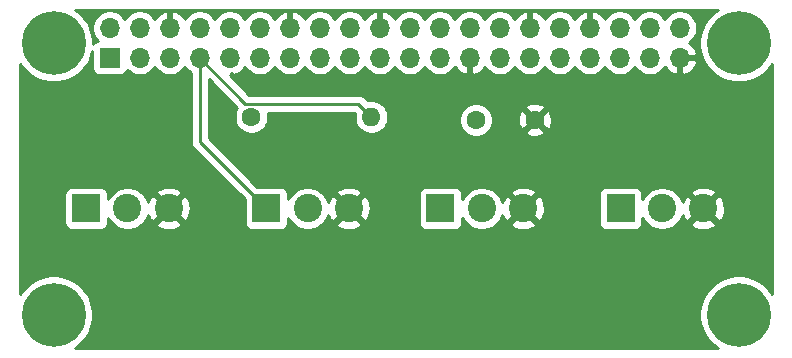
<source format=gbr>
%TF.GenerationSoftware,KiCad,Pcbnew,(5.1.8)-1*%
%TF.CreationDate,2022-03-17T13:58:37+00:00*%
%TF.ProjectId,wire_pi_hat,77697265-5f70-4695-9f68-61742e6b6963,rev?*%
%TF.SameCoordinates,Original*%
%TF.FileFunction,Copper,L2,Bot*%
%TF.FilePolarity,Positive*%
%FSLAX46Y46*%
G04 Gerber Fmt 4.6, Leading zero omitted, Abs format (unit mm)*
G04 Created by KiCad (PCBNEW (5.1.8)-1) date 2022-03-17 13:58:37*
%MOMM*%
%LPD*%
G01*
G04 APERTURE LIST*
%TA.AperFunction,ComponentPad*%
%ADD10O,1.600000X1.600000*%
%TD*%
%TA.AperFunction,ComponentPad*%
%ADD11C,1.600000*%
%TD*%
%TA.AperFunction,ComponentPad*%
%ADD12C,2.400000*%
%TD*%
%TA.AperFunction,ComponentPad*%
%ADD13R,2.400000X2.400000*%
%TD*%
%TA.AperFunction,ComponentPad*%
%ADD14C,5.400000*%
%TD*%
%TA.AperFunction,ComponentPad*%
%ADD15O,1.700000X1.700000*%
%TD*%
%TA.AperFunction,ComponentPad*%
%ADD16R,1.700000X1.700000*%
%TD*%
%TA.AperFunction,Conductor*%
%ADD17C,0.250000*%
%TD*%
%TA.AperFunction,Conductor*%
%ADD18C,0.254000*%
%TD*%
%TA.AperFunction,Conductor*%
%ADD19C,0.100000*%
%TD*%
G04 APERTURE END LIST*
D10*
%TO.P,R1,2*%
%TO.N,Net-(J1-Pad1)*%
X80410000Y-45250000D03*
D11*
%TO.P,R1,1*%
%TO.N,+3V3*%
X70250000Y-45250000D03*
%TD*%
D12*
%TO.P,J5,3*%
%TO.N,GND*%
X108500000Y-53000000D03*
%TO.P,J5,2*%
%TO.N,+3V3*%
X105000000Y-53000000D03*
D13*
%TO.P,J5,1*%
%TO.N,Net-(J1-Pad1)*%
X101500000Y-53000000D03*
%TD*%
D12*
%TO.P,J4,3*%
%TO.N,GND*%
X93250000Y-53000000D03*
%TO.P,J4,2*%
%TO.N,+3V3*%
X89750000Y-53000000D03*
D13*
%TO.P,J4,1*%
%TO.N,Net-(J1-Pad1)*%
X86250000Y-53000000D03*
%TD*%
D12*
%TO.P,J2,3*%
%TO.N,GND*%
X78500000Y-53000000D03*
%TO.P,J2,2*%
%TO.N,+3V3*%
X75000000Y-53000000D03*
D13*
%TO.P,J2,1*%
%TO.N,Net-(J1-Pad1)*%
X71500000Y-53000000D03*
%TD*%
D12*
%TO.P,J1,3*%
%TO.N,GND*%
X63250000Y-53000000D03*
%TO.P,J1,2*%
%TO.N,+3V3*%
X59750000Y-53000000D03*
D13*
%TO.P,J1,1*%
%TO.N,Net-(J1-Pad1)*%
X56250000Y-53000000D03*
%TD*%
D11*
%TO.P,C1,2*%
%TO.N,GND*%
X94250000Y-45500000D03*
%TO.P,C1,1*%
%TO.N,+3V3*%
X89250000Y-45500000D03*
%TD*%
D14*
%TO.P,H4,1*%
%TO.N,N/C*%
X111500000Y-62000000D03*
%TD*%
%TO.P,H3,1*%
%TO.N,N/C*%
X53500000Y-62000000D03*
%TD*%
%TO.P,H2,1*%
%TO.N,N/C*%
X111500000Y-39000000D03*
%TD*%
%TO.P,H1,1*%
%TO.N,N/C*%
X53500000Y-39000000D03*
%TD*%
D15*
%TO.P,J3,40*%
%TO.N,Net-(J3-Pad40)*%
X106510000Y-37710000D03*
%TO.P,J3,39*%
%TO.N,GND*%
X106510000Y-40250000D03*
%TO.P,J3,38*%
%TO.N,Net-(J3-Pad38)*%
X103970000Y-37710000D03*
%TO.P,J3,37*%
%TO.N,Net-(J3-Pad37)*%
X103970000Y-40250000D03*
%TO.P,J3,36*%
%TO.N,Net-(J3-Pad36)*%
X101430000Y-37710000D03*
%TO.P,J3,35*%
%TO.N,Net-(J3-Pad35)*%
X101430000Y-40250000D03*
%TO.P,J3,34*%
%TO.N,GND*%
X98890000Y-37710000D03*
%TO.P,J3,33*%
%TO.N,Net-(J3-Pad33)*%
X98890000Y-40250000D03*
%TO.P,J3,32*%
%TO.N,Net-(J3-Pad32)*%
X96350000Y-37710000D03*
%TO.P,J3,31*%
%TO.N,Net-(J3-Pad31)*%
X96350000Y-40250000D03*
%TO.P,J3,30*%
%TO.N,GND*%
X93810000Y-37710000D03*
%TO.P,J3,29*%
%TO.N,Net-(J3-Pad29)*%
X93810000Y-40250000D03*
%TO.P,J3,28*%
%TO.N,Net-(J3-Pad28)*%
X91270000Y-37710000D03*
%TO.P,J3,27*%
%TO.N,Net-(J3-Pad27)*%
X91270000Y-40250000D03*
%TO.P,J3,26*%
%TO.N,Net-(J3-Pad26)*%
X88730000Y-37710000D03*
%TO.P,J3,25*%
%TO.N,GND*%
X88730000Y-40250000D03*
%TO.P,J3,24*%
%TO.N,Net-(J3-Pad24)*%
X86190000Y-37710000D03*
%TO.P,J3,23*%
%TO.N,Net-(J3-Pad23)*%
X86190000Y-40250000D03*
%TO.P,J3,22*%
%TO.N,Net-(J3-Pad22)*%
X83650000Y-37710000D03*
%TO.P,J3,21*%
%TO.N,Net-(J3-Pad21)*%
X83650000Y-40250000D03*
%TO.P,J3,20*%
%TO.N,GND*%
X81110000Y-37710000D03*
%TO.P,J3,19*%
%TO.N,Net-(J3-Pad19)*%
X81110000Y-40250000D03*
%TO.P,J3,18*%
%TO.N,Net-(J3-Pad18)*%
X78570000Y-37710000D03*
%TO.P,J3,17*%
%TO.N,Net-(J3-Pad17)*%
X78570000Y-40250000D03*
%TO.P,J3,16*%
%TO.N,Net-(J3-Pad16)*%
X76030000Y-37710000D03*
%TO.P,J3,15*%
%TO.N,Net-(J3-Pad15)*%
X76030000Y-40250000D03*
%TO.P,J3,14*%
%TO.N,GND*%
X73490000Y-37710000D03*
%TO.P,J3,13*%
%TO.N,Net-(J3-Pad13)*%
X73490000Y-40250000D03*
%TO.P,J3,12*%
%TO.N,Net-(J3-Pad12)*%
X70950000Y-37710000D03*
%TO.P,J3,11*%
%TO.N,Net-(J3-Pad11)*%
X70950000Y-40250000D03*
%TO.P,J3,10*%
%TO.N,Net-(J3-Pad10)*%
X68410000Y-37710000D03*
%TO.P,J3,9*%
%TO.N,GND*%
X68410000Y-40250000D03*
%TO.P,J3,8*%
%TO.N,Net-(J3-Pad8)*%
X65870000Y-37710000D03*
%TO.P,J3,7*%
%TO.N,Net-(J1-Pad1)*%
X65870000Y-40250000D03*
%TO.P,J3,6*%
%TO.N,GND*%
X63330000Y-37710000D03*
%TO.P,J3,5*%
%TO.N,Net-(J3-Pad5)*%
X63330000Y-40250000D03*
%TO.P,J3,4*%
%TO.N,+5V*%
X60790000Y-37710000D03*
%TO.P,J3,3*%
%TO.N,Net-(J3-Pad3)*%
X60790000Y-40250000D03*
%TO.P,J3,2*%
%TO.N,+5V*%
X58250000Y-37710000D03*
D16*
%TO.P,J3,1*%
%TO.N,+3V3*%
X58250000Y-40250000D03*
%TD*%
D17*
%TO.N,Net-(J1-Pad1)*%
X65870000Y-47370000D02*
X71500000Y-53000000D01*
X65870000Y-40250000D02*
X65870000Y-47370000D01*
X69744999Y-44124999D02*
X65870000Y-40250000D01*
X79284999Y-44124999D02*
X69744999Y-44124999D01*
X80410000Y-45250000D02*
X79284999Y-44124999D01*
%TD*%
D18*
%TO.N,GND*%
X109374061Y-36409536D02*
X108909536Y-36874061D01*
X108544561Y-37420285D01*
X108293162Y-38027216D01*
X108165000Y-38671531D01*
X108165000Y-39328469D01*
X108293162Y-39972784D01*
X108544561Y-40579715D01*
X108909536Y-41125939D01*
X109374061Y-41590464D01*
X109920285Y-41955439D01*
X110527216Y-42206838D01*
X111171531Y-42335000D01*
X111828469Y-42335000D01*
X112472784Y-42206838D01*
X113079715Y-41955439D01*
X113625939Y-41590464D01*
X114090464Y-41125939D01*
X114315000Y-40789897D01*
X114315001Y-60210104D01*
X114090464Y-59874061D01*
X113625939Y-59409536D01*
X113079715Y-59044561D01*
X112472784Y-58793162D01*
X111828469Y-58665000D01*
X111171531Y-58665000D01*
X110527216Y-58793162D01*
X109920285Y-59044561D01*
X109374061Y-59409536D01*
X108909536Y-59874061D01*
X108544561Y-60420285D01*
X108293162Y-61027216D01*
X108165000Y-61671531D01*
X108165000Y-62328469D01*
X108293162Y-62972784D01*
X108544561Y-63579715D01*
X108909536Y-64125939D01*
X109374061Y-64590464D01*
X109710103Y-64815000D01*
X55289897Y-64815000D01*
X55625939Y-64590464D01*
X56090464Y-64125939D01*
X56455439Y-63579715D01*
X56706838Y-62972784D01*
X56835000Y-62328469D01*
X56835000Y-61671531D01*
X56706838Y-61027216D01*
X56455439Y-60420285D01*
X56090464Y-59874061D01*
X55625939Y-59409536D01*
X55079715Y-59044561D01*
X54472784Y-58793162D01*
X53828469Y-58665000D01*
X53171531Y-58665000D01*
X52527216Y-58793162D01*
X51920285Y-59044561D01*
X51374061Y-59409536D01*
X50909536Y-59874061D01*
X50685000Y-60210103D01*
X50685000Y-51800000D01*
X54411928Y-51800000D01*
X54411928Y-54200000D01*
X54424188Y-54324482D01*
X54460498Y-54444180D01*
X54519463Y-54554494D01*
X54598815Y-54651185D01*
X54695506Y-54730537D01*
X54805820Y-54789502D01*
X54925518Y-54825812D01*
X55050000Y-54838072D01*
X57450000Y-54838072D01*
X57574482Y-54825812D01*
X57694180Y-54789502D01*
X57804494Y-54730537D01*
X57901185Y-54651185D01*
X57980537Y-54554494D01*
X58039502Y-54444180D01*
X58075812Y-54324482D01*
X58088072Y-54200000D01*
X58088072Y-53782838D01*
X58123844Y-53869199D01*
X58324662Y-54169744D01*
X58580256Y-54425338D01*
X58880801Y-54626156D01*
X59214750Y-54764482D01*
X59569268Y-54835000D01*
X59930732Y-54835000D01*
X60285250Y-54764482D01*
X60619199Y-54626156D01*
X60919744Y-54425338D01*
X61067102Y-54277980D01*
X62151626Y-54277980D01*
X62271514Y-54562836D01*
X62595210Y-54723699D01*
X62944069Y-54818322D01*
X63304684Y-54843067D01*
X63663198Y-54796985D01*
X64005833Y-54681846D01*
X64228486Y-54562836D01*
X64348374Y-54277980D01*
X63250000Y-53179605D01*
X62151626Y-54277980D01*
X61067102Y-54277980D01*
X61175338Y-54169744D01*
X61376156Y-53869199D01*
X61503190Y-53562511D01*
X61568154Y-53755833D01*
X61687164Y-53978486D01*
X61972020Y-54098374D01*
X63070395Y-53000000D01*
X63429605Y-53000000D01*
X64527980Y-54098374D01*
X64812836Y-53978486D01*
X64973699Y-53654790D01*
X65068322Y-53305931D01*
X65093067Y-52945316D01*
X65046985Y-52586802D01*
X64931846Y-52244167D01*
X64812836Y-52021514D01*
X64527980Y-51901626D01*
X63429605Y-53000000D01*
X63070395Y-53000000D01*
X61972020Y-51901626D01*
X61687164Y-52021514D01*
X61526301Y-52345210D01*
X61502031Y-52434690D01*
X61376156Y-52130801D01*
X61175338Y-51830256D01*
X61067102Y-51722020D01*
X62151626Y-51722020D01*
X63250000Y-52820395D01*
X64348374Y-51722020D01*
X64228486Y-51437164D01*
X63904790Y-51276301D01*
X63555931Y-51181678D01*
X63195316Y-51156933D01*
X62836802Y-51203015D01*
X62494167Y-51318154D01*
X62271514Y-51437164D01*
X62151626Y-51722020D01*
X61067102Y-51722020D01*
X60919744Y-51574662D01*
X60619199Y-51373844D01*
X60285250Y-51235518D01*
X59930732Y-51165000D01*
X59569268Y-51165000D01*
X59214750Y-51235518D01*
X58880801Y-51373844D01*
X58580256Y-51574662D01*
X58324662Y-51830256D01*
X58123844Y-52130801D01*
X58088072Y-52217162D01*
X58088072Y-51800000D01*
X58075812Y-51675518D01*
X58039502Y-51555820D01*
X57980537Y-51445506D01*
X57901185Y-51348815D01*
X57804494Y-51269463D01*
X57694180Y-51210498D01*
X57574482Y-51174188D01*
X57450000Y-51161928D01*
X55050000Y-51161928D01*
X54925518Y-51174188D01*
X54805820Y-51210498D01*
X54695506Y-51269463D01*
X54598815Y-51348815D01*
X54519463Y-51445506D01*
X54460498Y-51555820D01*
X54424188Y-51675518D01*
X54411928Y-51800000D01*
X50685000Y-51800000D01*
X50685000Y-40789897D01*
X50909536Y-41125939D01*
X51374061Y-41590464D01*
X51920285Y-41955439D01*
X52527216Y-42206838D01*
X53171531Y-42335000D01*
X53828469Y-42335000D01*
X54472784Y-42206838D01*
X55079715Y-41955439D01*
X55625939Y-41590464D01*
X56090464Y-41125939D01*
X56455439Y-40579715D01*
X56706838Y-39972784D01*
X56761928Y-39695827D01*
X56761928Y-41100000D01*
X56774188Y-41224482D01*
X56810498Y-41344180D01*
X56869463Y-41454494D01*
X56948815Y-41551185D01*
X57045506Y-41630537D01*
X57155820Y-41689502D01*
X57275518Y-41725812D01*
X57400000Y-41738072D01*
X59100000Y-41738072D01*
X59224482Y-41725812D01*
X59344180Y-41689502D01*
X59454494Y-41630537D01*
X59551185Y-41551185D01*
X59630537Y-41454494D01*
X59689502Y-41344180D01*
X59711513Y-41271620D01*
X59843368Y-41403475D01*
X60086589Y-41565990D01*
X60356842Y-41677932D01*
X60643740Y-41735000D01*
X60936260Y-41735000D01*
X61223158Y-41677932D01*
X61493411Y-41565990D01*
X61736632Y-41403475D01*
X61943475Y-41196632D01*
X62060000Y-41022240D01*
X62176525Y-41196632D01*
X62383368Y-41403475D01*
X62626589Y-41565990D01*
X62896842Y-41677932D01*
X63183740Y-41735000D01*
X63476260Y-41735000D01*
X63763158Y-41677932D01*
X64033411Y-41565990D01*
X64276632Y-41403475D01*
X64483475Y-41196632D01*
X64600000Y-41022240D01*
X64716525Y-41196632D01*
X64923368Y-41403475D01*
X65110000Y-41528179D01*
X65110001Y-47332668D01*
X65106324Y-47370000D01*
X65120998Y-47518985D01*
X65164454Y-47662246D01*
X65235026Y-47794276D01*
X65306201Y-47881002D01*
X65330000Y-47910001D01*
X65358998Y-47933799D01*
X69661928Y-52236730D01*
X69661928Y-54200000D01*
X69674188Y-54324482D01*
X69710498Y-54444180D01*
X69769463Y-54554494D01*
X69848815Y-54651185D01*
X69945506Y-54730537D01*
X70055820Y-54789502D01*
X70175518Y-54825812D01*
X70300000Y-54838072D01*
X72700000Y-54838072D01*
X72824482Y-54825812D01*
X72944180Y-54789502D01*
X73054494Y-54730537D01*
X73151185Y-54651185D01*
X73230537Y-54554494D01*
X73289502Y-54444180D01*
X73325812Y-54324482D01*
X73338072Y-54200000D01*
X73338072Y-53782838D01*
X73373844Y-53869199D01*
X73574662Y-54169744D01*
X73830256Y-54425338D01*
X74130801Y-54626156D01*
X74464750Y-54764482D01*
X74819268Y-54835000D01*
X75180732Y-54835000D01*
X75535250Y-54764482D01*
X75869199Y-54626156D01*
X76169744Y-54425338D01*
X76317102Y-54277980D01*
X77401626Y-54277980D01*
X77521514Y-54562836D01*
X77845210Y-54723699D01*
X78194069Y-54818322D01*
X78554684Y-54843067D01*
X78913198Y-54796985D01*
X79255833Y-54681846D01*
X79478486Y-54562836D01*
X79598374Y-54277980D01*
X78500000Y-53179605D01*
X77401626Y-54277980D01*
X76317102Y-54277980D01*
X76425338Y-54169744D01*
X76626156Y-53869199D01*
X76753190Y-53562511D01*
X76818154Y-53755833D01*
X76937164Y-53978486D01*
X77222020Y-54098374D01*
X78320395Y-53000000D01*
X78679605Y-53000000D01*
X79777980Y-54098374D01*
X80062836Y-53978486D01*
X80223699Y-53654790D01*
X80318322Y-53305931D01*
X80343067Y-52945316D01*
X80296985Y-52586802D01*
X80181846Y-52244167D01*
X80062836Y-52021514D01*
X79777980Y-51901626D01*
X78679605Y-53000000D01*
X78320395Y-53000000D01*
X77222020Y-51901626D01*
X76937164Y-52021514D01*
X76776301Y-52345210D01*
X76752031Y-52434690D01*
X76626156Y-52130801D01*
X76425338Y-51830256D01*
X76317102Y-51722020D01*
X77401626Y-51722020D01*
X78500000Y-52820395D01*
X79520394Y-51800000D01*
X84411928Y-51800000D01*
X84411928Y-54200000D01*
X84424188Y-54324482D01*
X84460498Y-54444180D01*
X84519463Y-54554494D01*
X84598815Y-54651185D01*
X84695506Y-54730537D01*
X84805820Y-54789502D01*
X84925518Y-54825812D01*
X85050000Y-54838072D01*
X87450000Y-54838072D01*
X87574482Y-54825812D01*
X87694180Y-54789502D01*
X87804494Y-54730537D01*
X87901185Y-54651185D01*
X87980537Y-54554494D01*
X88039502Y-54444180D01*
X88075812Y-54324482D01*
X88088072Y-54200000D01*
X88088072Y-53782838D01*
X88123844Y-53869199D01*
X88324662Y-54169744D01*
X88580256Y-54425338D01*
X88880801Y-54626156D01*
X89214750Y-54764482D01*
X89569268Y-54835000D01*
X89930732Y-54835000D01*
X90285250Y-54764482D01*
X90619199Y-54626156D01*
X90919744Y-54425338D01*
X91067102Y-54277980D01*
X92151626Y-54277980D01*
X92271514Y-54562836D01*
X92595210Y-54723699D01*
X92944069Y-54818322D01*
X93304684Y-54843067D01*
X93663198Y-54796985D01*
X94005833Y-54681846D01*
X94228486Y-54562836D01*
X94348374Y-54277980D01*
X93250000Y-53179605D01*
X92151626Y-54277980D01*
X91067102Y-54277980D01*
X91175338Y-54169744D01*
X91376156Y-53869199D01*
X91503190Y-53562511D01*
X91568154Y-53755833D01*
X91687164Y-53978486D01*
X91972020Y-54098374D01*
X93070395Y-53000000D01*
X93429605Y-53000000D01*
X94527980Y-54098374D01*
X94812836Y-53978486D01*
X94973699Y-53654790D01*
X95068322Y-53305931D01*
X95093067Y-52945316D01*
X95046985Y-52586802D01*
X94931846Y-52244167D01*
X94812836Y-52021514D01*
X94527980Y-51901626D01*
X93429605Y-53000000D01*
X93070395Y-53000000D01*
X91972020Y-51901626D01*
X91687164Y-52021514D01*
X91526301Y-52345210D01*
X91502031Y-52434690D01*
X91376156Y-52130801D01*
X91175338Y-51830256D01*
X91067102Y-51722020D01*
X92151626Y-51722020D01*
X93250000Y-52820395D01*
X94270394Y-51800000D01*
X99661928Y-51800000D01*
X99661928Y-54200000D01*
X99674188Y-54324482D01*
X99710498Y-54444180D01*
X99769463Y-54554494D01*
X99848815Y-54651185D01*
X99945506Y-54730537D01*
X100055820Y-54789502D01*
X100175518Y-54825812D01*
X100300000Y-54838072D01*
X102700000Y-54838072D01*
X102824482Y-54825812D01*
X102944180Y-54789502D01*
X103054494Y-54730537D01*
X103151185Y-54651185D01*
X103230537Y-54554494D01*
X103289502Y-54444180D01*
X103325812Y-54324482D01*
X103338072Y-54200000D01*
X103338072Y-53782838D01*
X103373844Y-53869199D01*
X103574662Y-54169744D01*
X103830256Y-54425338D01*
X104130801Y-54626156D01*
X104464750Y-54764482D01*
X104819268Y-54835000D01*
X105180732Y-54835000D01*
X105535250Y-54764482D01*
X105869199Y-54626156D01*
X106169744Y-54425338D01*
X106317102Y-54277980D01*
X107401626Y-54277980D01*
X107521514Y-54562836D01*
X107845210Y-54723699D01*
X108194069Y-54818322D01*
X108554684Y-54843067D01*
X108913198Y-54796985D01*
X109255833Y-54681846D01*
X109478486Y-54562836D01*
X109598374Y-54277980D01*
X108500000Y-53179605D01*
X107401626Y-54277980D01*
X106317102Y-54277980D01*
X106425338Y-54169744D01*
X106626156Y-53869199D01*
X106753190Y-53562511D01*
X106818154Y-53755833D01*
X106937164Y-53978486D01*
X107222020Y-54098374D01*
X108320395Y-53000000D01*
X108679605Y-53000000D01*
X109777980Y-54098374D01*
X110062836Y-53978486D01*
X110223699Y-53654790D01*
X110318322Y-53305931D01*
X110343067Y-52945316D01*
X110296985Y-52586802D01*
X110181846Y-52244167D01*
X110062836Y-52021514D01*
X109777980Y-51901626D01*
X108679605Y-53000000D01*
X108320395Y-53000000D01*
X107222020Y-51901626D01*
X106937164Y-52021514D01*
X106776301Y-52345210D01*
X106752031Y-52434690D01*
X106626156Y-52130801D01*
X106425338Y-51830256D01*
X106317102Y-51722020D01*
X107401626Y-51722020D01*
X108500000Y-52820395D01*
X109598374Y-51722020D01*
X109478486Y-51437164D01*
X109154790Y-51276301D01*
X108805931Y-51181678D01*
X108445316Y-51156933D01*
X108086802Y-51203015D01*
X107744167Y-51318154D01*
X107521514Y-51437164D01*
X107401626Y-51722020D01*
X106317102Y-51722020D01*
X106169744Y-51574662D01*
X105869199Y-51373844D01*
X105535250Y-51235518D01*
X105180732Y-51165000D01*
X104819268Y-51165000D01*
X104464750Y-51235518D01*
X104130801Y-51373844D01*
X103830256Y-51574662D01*
X103574662Y-51830256D01*
X103373844Y-52130801D01*
X103338072Y-52217162D01*
X103338072Y-51800000D01*
X103325812Y-51675518D01*
X103289502Y-51555820D01*
X103230537Y-51445506D01*
X103151185Y-51348815D01*
X103054494Y-51269463D01*
X102944180Y-51210498D01*
X102824482Y-51174188D01*
X102700000Y-51161928D01*
X100300000Y-51161928D01*
X100175518Y-51174188D01*
X100055820Y-51210498D01*
X99945506Y-51269463D01*
X99848815Y-51348815D01*
X99769463Y-51445506D01*
X99710498Y-51555820D01*
X99674188Y-51675518D01*
X99661928Y-51800000D01*
X94270394Y-51800000D01*
X94348374Y-51722020D01*
X94228486Y-51437164D01*
X93904790Y-51276301D01*
X93555931Y-51181678D01*
X93195316Y-51156933D01*
X92836802Y-51203015D01*
X92494167Y-51318154D01*
X92271514Y-51437164D01*
X92151626Y-51722020D01*
X91067102Y-51722020D01*
X90919744Y-51574662D01*
X90619199Y-51373844D01*
X90285250Y-51235518D01*
X89930732Y-51165000D01*
X89569268Y-51165000D01*
X89214750Y-51235518D01*
X88880801Y-51373844D01*
X88580256Y-51574662D01*
X88324662Y-51830256D01*
X88123844Y-52130801D01*
X88088072Y-52217162D01*
X88088072Y-51800000D01*
X88075812Y-51675518D01*
X88039502Y-51555820D01*
X87980537Y-51445506D01*
X87901185Y-51348815D01*
X87804494Y-51269463D01*
X87694180Y-51210498D01*
X87574482Y-51174188D01*
X87450000Y-51161928D01*
X85050000Y-51161928D01*
X84925518Y-51174188D01*
X84805820Y-51210498D01*
X84695506Y-51269463D01*
X84598815Y-51348815D01*
X84519463Y-51445506D01*
X84460498Y-51555820D01*
X84424188Y-51675518D01*
X84411928Y-51800000D01*
X79520394Y-51800000D01*
X79598374Y-51722020D01*
X79478486Y-51437164D01*
X79154790Y-51276301D01*
X78805931Y-51181678D01*
X78445316Y-51156933D01*
X78086802Y-51203015D01*
X77744167Y-51318154D01*
X77521514Y-51437164D01*
X77401626Y-51722020D01*
X76317102Y-51722020D01*
X76169744Y-51574662D01*
X75869199Y-51373844D01*
X75535250Y-51235518D01*
X75180732Y-51165000D01*
X74819268Y-51165000D01*
X74464750Y-51235518D01*
X74130801Y-51373844D01*
X73830256Y-51574662D01*
X73574662Y-51830256D01*
X73373844Y-52130801D01*
X73338072Y-52217162D01*
X73338072Y-51800000D01*
X73325812Y-51675518D01*
X73289502Y-51555820D01*
X73230537Y-51445506D01*
X73151185Y-51348815D01*
X73054494Y-51269463D01*
X72944180Y-51210498D01*
X72824482Y-51174188D01*
X72700000Y-51161928D01*
X70736730Y-51161928D01*
X66630000Y-47055199D01*
X66630000Y-42084801D01*
X69033255Y-44488057D01*
X68978320Y-44570273D01*
X68870147Y-44831426D01*
X68815000Y-45108665D01*
X68815000Y-45391335D01*
X68870147Y-45668574D01*
X68978320Y-45929727D01*
X69135363Y-46164759D01*
X69335241Y-46364637D01*
X69570273Y-46521680D01*
X69831426Y-46629853D01*
X70108665Y-46685000D01*
X70391335Y-46685000D01*
X70668574Y-46629853D01*
X70929727Y-46521680D01*
X71164759Y-46364637D01*
X71364637Y-46164759D01*
X71521680Y-45929727D01*
X71629853Y-45668574D01*
X71685000Y-45391335D01*
X71685000Y-45108665D01*
X71640509Y-44884999D01*
X78970198Y-44884999D01*
X79011312Y-44926113D01*
X78975000Y-45108665D01*
X78975000Y-45391335D01*
X79030147Y-45668574D01*
X79138320Y-45929727D01*
X79295363Y-46164759D01*
X79495241Y-46364637D01*
X79730273Y-46521680D01*
X79991426Y-46629853D01*
X80268665Y-46685000D01*
X80551335Y-46685000D01*
X80828574Y-46629853D01*
X81089727Y-46521680D01*
X81324759Y-46364637D01*
X81524637Y-46164759D01*
X81681680Y-45929727D01*
X81789853Y-45668574D01*
X81845000Y-45391335D01*
X81845000Y-45358665D01*
X87815000Y-45358665D01*
X87815000Y-45641335D01*
X87870147Y-45918574D01*
X87978320Y-46179727D01*
X88135363Y-46414759D01*
X88335241Y-46614637D01*
X88570273Y-46771680D01*
X88831426Y-46879853D01*
X89108665Y-46935000D01*
X89391335Y-46935000D01*
X89668574Y-46879853D01*
X89929727Y-46771680D01*
X90164759Y-46614637D01*
X90286694Y-46492702D01*
X93436903Y-46492702D01*
X93508486Y-46736671D01*
X93763996Y-46857571D01*
X94038184Y-46926300D01*
X94320512Y-46940217D01*
X94600130Y-46898787D01*
X94866292Y-46803603D01*
X94991514Y-46736671D01*
X95063097Y-46492702D01*
X94250000Y-45679605D01*
X93436903Y-46492702D01*
X90286694Y-46492702D01*
X90364637Y-46414759D01*
X90521680Y-46179727D01*
X90629853Y-45918574D01*
X90685000Y-45641335D01*
X90685000Y-45570512D01*
X92809783Y-45570512D01*
X92851213Y-45850130D01*
X92946397Y-46116292D01*
X93013329Y-46241514D01*
X93257298Y-46313097D01*
X94070395Y-45500000D01*
X94429605Y-45500000D01*
X95242702Y-46313097D01*
X95486671Y-46241514D01*
X95607571Y-45986004D01*
X95676300Y-45711816D01*
X95690217Y-45429488D01*
X95648787Y-45149870D01*
X95553603Y-44883708D01*
X95486671Y-44758486D01*
X95242702Y-44686903D01*
X94429605Y-45500000D01*
X94070395Y-45500000D01*
X93257298Y-44686903D01*
X93013329Y-44758486D01*
X92892429Y-45013996D01*
X92823700Y-45288184D01*
X92809783Y-45570512D01*
X90685000Y-45570512D01*
X90685000Y-45358665D01*
X90629853Y-45081426D01*
X90521680Y-44820273D01*
X90364637Y-44585241D01*
X90286694Y-44507298D01*
X93436903Y-44507298D01*
X94250000Y-45320395D01*
X95063097Y-44507298D01*
X94991514Y-44263329D01*
X94736004Y-44142429D01*
X94461816Y-44073700D01*
X94179488Y-44059783D01*
X93899870Y-44101213D01*
X93633708Y-44196397D01*
X93508486Y-44263329D01*
X93436903Y-44507298D01*
X90286694Y-44507298D01*
X90164759Y-44385363D01*
X89929727Y-44228320D01*
X89668574Y-44120147D01*
X89391335Y-44065000D01*
X89108665Y-44065000D01*
X88831426Y-44120147D01*
X88570273Y-44228320D01*
X88335241Y-44385363D01*
X88135363Y-44585241D01*
X87978320Y-44820273D01*
X87870147Y-45081426D01*
X87815000Y-45358665D01*
X81845000Y-45358665D01*
X81845000Y-45108665D01*
X81789853Y-44831426D01*
X81681680Y-44570273D01*
X81524637Y-44335241D01*
X81324759Y-44135363D01*
X81089727Y-43978320D01*
X80828574Y-43870147D01*
X80551335Y-43815000D01*
X80268665Y-43815000D01*
X80086113Y-43851312D01*
X79848803Y-43614001D01*
X79825000Y-43584998D01*
X79709275Y-43490025D01*
X79577246Y-43419453D01*
X79433985Y-43375996D01*
X79322332Y-43364999D01*
X79322321Y-43364999D01*
X79284999Y-43361323D01*
X79247677Y-43364999D01*
X70059801Y-43364999D01*
X68429801Y-41735000D01*
X68537002Y-41735000D01*
X68537002Y-41570156D01*
X68766890Y-41691476D01*
X68914099Y-41646825D01*
X69176920Y-41521641D01*
X69410269Y-41347588D01*
X69605178Y-41131355D01*
X69674805Y-41014466D01*
X69796525Y-41196632D01*
X70003368Y-41403475D01*
X70246589Y-41565990D01*
X70516842Y-41677932D01*
X70803740Y-41735000D01*
X71096260Y-41735000D01*
X71383158Y-41677932D01*
X71653411Y-41565990D01*
X71896632Y-41403475D01*
X72103475Y-41196632D01*
X72220000Y-41022240D01*
X72336525Y-41196632D01*
X72543368Y-41403475D01*
X72786589Y-41565990D01*
X73056842Y-41677932D01*
X73343740Y-41735000D01*
X73636260Y-41735000D01*
X73923158Y-41677932D01*
X74193411Y-41565990D01*
X74436632Y-41403475D01*
X74643475Y-41196632D01*
X74760000Y-41022240D01*
X74876525Y-41196632D01*
X75083368Y-41403475D01*
X75326589Y-41565990D01*
X75596842Y-41677932D01*
X75883740Y-41735000D01*
X76176260Y-41735000D01*
X76463158Y-41677932D01*
X76733411Y-41565990D01*
X76976632Y-41403475D01*
X77183475Y-41196632D01*
X77300000Y-41022240D01*
X77416525Y-41196632D01*
X77623368Y-41403475D01*
X77866589Y-41565990D01*
X78136842Y-41677932D01*
X78423740Y-41735000D01*
X78716260Y-41735000D01*
X79003158Y-41677932D01*
X79273411Y-41565990D01*
X79516632Y-41403475D01*
X79723475Y-41196632D01*
X79840000Y-41022240D01*
X79956525Y-41196632D01*
X80163368Y-41403475D01*
X80406589Y-41565990D01*
X80676842Y-41677932D01*
X80963740Y-41735000D01*
X81256260Y-41735000D01*
X81543158Y-41677932D01*
X81813411Y-41565990D01*
X82056632Y-41403475D01*
X82263475Y-41196632D01*
X82380000Y-41022240D01*
X82496525Y-41196632D01*
X82703368Y-41403475D01*
X82946589Y-41565990D01*
X83216842Y-41677932D01*
X83503740Y-41735000D01*
X83796260Y-41735000D01*
X84083158Y-41677932D01*
X84353411Y-41565990D01*
X84596632Y-41403475D01*
X84803475Y-41196632D01*
X84920000Y-41022240D01*
X85036525Y-41196632D01*
X85243368Y-41403475D01*
X85486589Y-41565990D01*
X85756842Y-41677932D01*
X86043740Y-41735000D01*
X86336260Y-41735000D01*
X86623158Y-41677932D01*
X86893411Y-41565990D01*
X87136632Y-41403475D01*
X87343475Y-41196632D01*
X87465195Y-41014466D01*
X87534822Y-41131355D01*
X87729731Y-41347588D01*
X87963080Y-41521641D01*
X88225901Y-41646825D01*
X88373110Y-41691476D01*
X88603000Y-41570155D01*
X88603000Y-40377000D01*
X88583000Y-40377000D01*
X88583000Y-40123000D01*
X88603000Y-40123000D01*
X88603000Y-40103000D01*
X88857000Y-40103000D01*
X88857000Y-40123000D01*
X88877000Y-40123000D01*
X88877000Y-40377000D01*
X88857000Y-40377000D01*
X88857000Y-41570155D01*
X89086890Y-41691476D01*
X89234099Y-41646825D01*
X89496920Y-41521641D01*
X89730269Y-41347588D01*
X89925178Y-41131355D01*
X89994805Y-41014466D01*
X90116525Y-41196632D01*
X90323368Y-41403475D01*
X90566589Y-41565990D01*
X90836842Y-41677932D01*
X91123740Y-41735000D01*
X91416260Y-41735000D01*
X91703158Y-41677932D01*
X91973411Y-41565990D01*
X92216632Y-41403475D01*
X92423475Y-41196632D01*
X92540000Y-41022240D01*
X92656525Y-41196632D01*
X92863368Y-41403475D01*
X93106589Y-41565990D01*
X93376842Y-41677932D01*
X93663740Y-41735000D01*
X93956260Y-41735000D01*
X94243158Y-41677932D01*
X94513411Y-41565990D01*
X94756632Y-41403475D01*
X94963475Y-41196632D01*
X95080000Y-41022240D01*
X95196525Y-41196632D01*
X95403368Y-41403475D01*
X95646589Y-41565990D01*
X95916842Y-41677932D01*
X96203740Y-41735000D01*
X96496260Y-41735000D01*
X96783158Y-41677932D01*
X97053411Y-41565990D01*
X97296632Y-41403475D01*
X97503475Y-41196632D01*
X97620000Y-41022240D01*
X97736525Y-41196632D01*
X97943368Y-41403475D01*
X98186589Y-41565990D01*
X98456842Y-41677932D01*
X98743740Y-41735000D01*
X99036260Y-41735000D01*
X99323158Y-41677932D01*
X99593411Y-41565990D01*
X99836632Y-41403475D01*
X100043475Y-41196632D01*
X100160000Y-41022240D01*
X100276525Y-41196632D01*
X100483368Y-41403475D01*
X100726589Y-41565990D01*
X100996842Y-41677932D01*
X101283740Y-41735000D01*
X101576260Y-41735000D01*
X101863158Y-41677932D01*
X102133411Y-41565990D01*
X102376632Y-41403475D01*
X102583475Y-41196632D01*
X102700000Y-41022240D01*
X102816525Y-41196632D01*
X103023368Y-41403475D01*
X103266589Y-41565990D01*
X103536842Y-41677932D01*
X103823740Y-41735000D01*
X104116260Y-41735000D01*
X104403158Y-41677932D01*
X104673411Y-41565990D01*
X104916632Y-41403475D01*
X105123475Y-41196632D01*
X105245195Y-41014466D01*
X105314822Y-41131355D01*
X105509731Y-41347588D01*
X105743080Y-41521641D01*
X106005901Y-41646825D01*
X106153110Y-41691476D01*
X106383000Y-41570155D01*
X106383000Y-40377000D01*
X106637000Y-40377000D01*
X106637000Y-41570155D01*
X106866890Y-41691476D01*
X107014099Y-41646825D01*
X107276920Y-41521641D01*
X107510269Y-41347588D01*
X107705178Y-41131355D01*
X107854157Y-40881252D01*
X107951481Y-40606891D01*
X107830814Y-40377000D01*
X106637000Y-40377000D01*
X106383000Y-40377000D01*
X106363000Y-40377000D01*
X106363000Y-40123000D01*
X106383000Y-40123000D01*
X106383000Y-40103000D01*
X106637000Y-40103000D01*
X106637000Y-40123000D01*
X107830814Y-40123000D01*
X107951481Y-39893109D01*
X107854157Y-39618748D01*
X107705178Y-39368645D01*
X107510269Y-39152412D01*
X107280594Y-38981100D01*
X107456632Y-38863475D01*
X107663475Y-38656632D01*
X107825990Y-38413411D01*
X107937932Y-38143158D01*
X107995000Y-37856260D01*
X107995000Y-37563740D01*
X107937932Y-37276842D01*
X107825990Y-37006589D01*
X107663475Y-36763368D01*
X107456632Y-36556525D01*
X107213411Y-36394010D01*
X106943158Y-36282068D01*
X106656260Y-36225000D01*
X106363740Y-36225000D01*
X106076842Y-36282068D01*
X105806589Y-36394010D01*
X105563368Y-36556525D01*
X105356525Y-36763368D01*
X105240000Y-36937760D01*
X105123475Y-36763368D01*
X104916632Y-36556525D01*
X104673411Y-36394010D01*
X104403158Y-36282068D01*
X104116260Y-36225000D01*
X103823740Y-36225000D01*
X103536842Y-36282068D01*
X103266589Y-36394010D01*
X103023368Y-36556525D01*
X102816525Y-36763368D01*
X102700000Y-36937760D01*
X102583475Y-36763368D01*
X102376632Y-36556525D01*
X102133411Y-36394010D01*
X101863158Y-36282068D01*
X101576260Y-36225000D01*
X101283740Y-36225000D01*
X100996842Y-36282068D01*
X100726589Y-36394010D01*
X100483368Y-36556525D01*
X100276525Y-36763368D01*
X100154805Y-36945534D01*
X100085178Y-36828645D01*
X99890269Y-36612412D01*
X99656920Y-36438359D01*
X99394099Y-36313175D01*
X99246890Y-36268524D01*
X99017000Y-36389845D01*
X99017000Y-37583000D01*
X99037000Y-37583000D01*
X99037000Y-37837000D01*
X99017000Y-37837000D01*
X99017000Y-37857000D01*
X98763000Y-37857000D01*
X98763000Y-37837000D01*
X98743000Y-37837000D01*
X98743000Y-37583000D01*
X98763000Y-37583000D01*
X98763000Y-36389845D01*
X98533110Y-36268524D01*
X98385901Y-36313175D01*
X98123080Y-36438359D01*
X97889731Y-36612412D01*
X97694822Y-36828645D01*
X97625195Y-36945534D01*
X97503475Y-36763368D01*
X97296632Y-36556525D01*
X97053411Y-36394010D01*
X96783158Y-36282068D01*
X96496260Y-36225000D01*
X96203740Y-36225000D01*
X95916842Y-36282068D01*
X95646589Y-36394010D01*
X95403368Y-36556525D01*
X95196525Y-36763368D01*
X95074805Y-36945534D01*
X95005178Y-36828645D01*
X94810269Y-36612412D01*
X94576920Y-36438359D01*
X94314099Y-36313175D01*
X94166890Y-36268524D01*
X93937000Y-36389845D01*
X93937000Y-37583000D01*
X93957000Y-37583000D01*
X93957000Y-37837000D01*
X93937000Y-37837000D01*
X93937000Y-37857000D01*
X93683000Y-37857000D01*
X93683000Y-37837000D01*
X93663000Y-37837000D01*
X93663000Y-37583000D01*
X93683000Y-37583000D01*
X93683000Y-36389845D01*
X93453110Y-36268524D01*
X93305901Y-36313175D01*
X93043080Y-36438359D01*
X92809731Y-36612412D01*
X92614822Y-36828645D01*
X92545195Y-36945534D01*
X92423475Y-36763368D01*
X92216632Y-36556525D01*
X91973411Y-36394010D01*
X91703158Y-36282068D01*
X91416260Y-36225000D01*
X91123740Y-36225000D01*
X90836842Y-36282068D01*
X90566589Y-36394010D01*
X90323368Y-36556525D01*
X90116525Y-36763368D01*
X90000000Y-36937760D01*
X89883475Y-36763368D01*
X89676632Y-36556525D01*
X89433411Y-36394010D01*
X89163158Y-36282068D01*
X88876260Y-36225000D01*
X88583740Y-36225000D01*
X88296842Y-36282068D01*
X88026589Y-36394010D01*
X87783368Y-36556525D01*
X87576525Y-36763368D01*
X87460000Y-36937760D01*
X87343475Y-36763368D01*
X87136632Y-36556525D01*
X86893411Y-36394010D01*
X86623158Y-36282068D01*
X86336260Y-36225000D01*
X86043740Y-36225000D01*
X85756842Y-36282068D01*
X85486589Y-36394010D01*
X85243368Y-36556525D01*
X85036525Y-36763368D01*
X84920000Y-36937760D01*
X84803475Y-36763368D01*
X84596632Y-36556525D01*
X84353411Y-36394010D01*
X84083158Y-36282068D01*
X83796260Y-36225000D01*
X83503740Y-36225000D01*
X83216842Y-36282068D01*
X82946589Y-36394010D01*
X82703368Y-36556525D01*
X82496525Y-36763368D01*
X82374805Y-36945534D01*
X82305178Y-36828645D01*
X82110269Y-36612412D01*
X81876920Y-36438359D01*
X81614099Y-36313175D01*
X81466890Y-36268524D01*
X81237000Y-36389845D01*
X81237000Y-37583000D01*
X81257000Y-37583000D01*
X81257000Y-37837000D01*
X81237000Y-37837000D01*
X81237000Y-37857000D01*
X80983000Y-37857000D01*
X80983000Y-37837000D01*
X80963000Y-37837000D01*
X80963000Y-37583000D01*
X80983000Y-37583000D01*
X80983000Y-36389845D01*
X80753110Y-36268524D01*
X80605901Y-36313175D01*
X80343080Y-36438359D01*
X80109731Y-36612412D01*
X79914822Y-36828645D01*
X79845195Y-36945534D01*
X79723475Y-36763368D01*
X79516632Y-36556525D01*
X79273411Y-36394010D01*
X79003158Y-36282068D01*
X78716260Y-36225000D01*
X78423740Y-36225000D01*
X78136842Y-36282068D01*
X77866589Y-36394010D01*
X77623368Y-36556525D01*
X77416525Y-36763368D01*
X77300000Y-36937760D01*
X77183475Y-36763368D01*
X76976632Y-36556525D01*
X76733411Y-36394010D01*
X76463158Y-36282068D01*
X76176260Y-36225000D01*
X75883740Y-36225000D01*
X75596842Y-36282068D01*
X75326589Y-36394010D01*
X75083368Y-36556525D01*
X74876525Y-36763368D01*
X74754805Y-36945534D01*
X74685178Y-36828645D01*
X74490269Y-36612412D01*
X74256920Y-36438359D01*
X73994099Y-36313175D01*
X73846890Y-36268524D01*
X73617000Y-36389845D01*
X73617000Y-37583000D01*
X73637000Y-37583000D01*
X73637000Y-37837000D01*
X73617000Y-37837000D01*
X73617000Y-37857000D01*
X73363000Y-37857000D01*
X73363000Y-37837000D01*
X73343000Y-37837000D01*
X73343000Y-37583000D01*
X73363000Y-37583000D01*
X73363000Y-36389845D01*
X73133110Y-36268524D01*
X72985901Y-36313175D01*
X72723080Y-36438359D01*
X72489731Y-36612412D01*
X72294822Y-36828645D01*
X72225195Y-36945534D01*
X72103475Y-36763368D01*
X71896632Y-36556525D01*
X71653411Y-36394010D01*
X71383158Y-36282068D01*
X71096260Y-36225000D01*
X70803740Y-36225000D01*
X70516842Y-36282068D01*
X70246589Y-36394010D01*
X70003368Y-36556525D01*
X69796525Y-36763368D01*
X69680000Y-36937760D01*
X69563475Y-36763368D01*
X69356632Y-36556525D01*
X69113411Y-36394010D01*
X68843158Y-36282068D01*
X68556260Y-36225000D01*
X68263740Y-36225000D01*
X67976842Y-36282068D01*
X67706589Y-36394010D01*
X67463368Y-36556525D01*
X67256525Y-36763368D01*
X67140000Y-36937760D01*
X67023475Y-36763368D01*
X66816632Y-36556525D01*
X66573411Y-36394010D01*
X66303158Y-36282068D01*
X66016260Y-36225000D01*
X65723740Y-36225000D01*
X65436842Y-36282068D01*
X65166589Y-36394010D01*
X64923368Y-36556525D01*
X64716525Y-36763368D01*
X64594805Y-36945534D01*
X64525178Y-36828645D01*
X64330269Y-36612412D01*
X64096920Y-36438359D01*
X63834099Y-36313175D01*
X63686890Y-36268524D01*
X63457000Y-36389845D01*
X63457000Y-37583000D01*
X63477000Y-37583000D01*
X63477000Y-37837000D01*
X63457000Y-37837000D01*
X63457000Y-37857000D01*
X63203000Y-37857000D01*
X63203000Y-37837000D01*
X63183000Y-37837000D01*
X63183000Y-37583000D01*
X63203000Y-37583000D01*
X63203000Y-36389845D01*
X62973110Y-36268524D01*
X62825901Y-36313175D01*
X62563080Y-36438359D01*
X62329731Y-36612412D01*
X62134822Y-36828645D01*
X62065195Y-36945534D01*
X61943475Y-36763368D01*
X61736632Y-36556525D01*
X61493411Y-36394010D01*
X61223158Y-36282068D01*
X60936260Y-36225000D01*
X60643740Y-36225000D01*
X60356842Y-36282068D01*
X60086589Y-36394010D01*
X59843368Y-36556525D01*
X59636525Y-36763368D01*
X59520000Y-36937760D01*
X59403475Y-36763368D01*
X59196632Y-36556525D01*
X58953411Y-36394010D01*
X58683158Y-36282068D01*
X58396260Y-36225000D01*
X58103740Y-36225000D01*
X57816842Y-36282068D01*
X57546589Y-36394010D01*
X57303368Y-36556525D01*
X57096525Y-36763368D01*
X56934010Y-37006589D01*
X56822068Y-37276842D01*
X56765000Y-37563740D01*
X56765000Y-37856260D01*
X56822068Y-38143158D01*
X56934010Y-38413411D01*
X57096525Y-38656632D01*
X57228380Y-38788487D01*
X57155820Y-38810498D01*
X57045506Y-38869463D01*
X56948815Y-38948815D01*
X56869463Y-39045506D01*
X56835000Y-39109981D01*
X56835000Y-38671531D01*
X56706838Y-38027216D01*
X56455439Y-37420285D01*
X56090464Y-36874061D01*
X55625939Y-36409536D01*
X55289897Y-36185000D01*
X109710103Y-36185000D01*
X109374061Y-36409536D01*
%TA.AperFunction,Conductor*%
D19*
G36*
X109374061Y-36409536D02*
G01*
X108909536Y-36874061D01*
X108544561Y-37420285D01*
X108293162Y-38027216D01*
X108165000Y-38671531D01*
X108165000Y-39328469D01*
X108293162Y-39972784D01*
X108544561Y-40579715D01*
X108909536Y-41125939D01*
X109374061Y-41590464D01*
X109920285Y-41955439D01*
X110527216Y-42206838D01*
X111171531Y-42335000D01*
X111828469Y-42335000D01*
X112472784Y-42206838D01*
X113079715Y-41955439D01*
X113625939Y-41590464D01*
X114090464Y-41125939D01*
X114315000Y-40789897D01*
X114315001Y-60210104D01*
X114090464Y-59874061D01*
X113625939Y-59409536D01*
X113079715Y-59044561D01*
X112472784Y-58793162D01*
X111828469Y-58665000D01*
X111171531Y-58665000D01*
X110527216Y-58793162D01*
X109920285Y-59044561D01*
X109374061Y-59409536D01*
X108909536Y-59874061D01*
X108544561Y-60420285D01*
X108293162Y-61027216D01*
X108165000Y-61671531D01*
X108165000Y-62328469D01*
X108293162Y-62972784D01*
X108544561Y-63579715D01*
X108909536Y-64125939D01*
X109374061Y-64590464D01*
X109710103Y-64815000D01*
X55289897Y-64815000D01*
X55625939Y-64590464D01*
X56090464Y-64125939D01*
X56455439Y-63579715D01*
X56706838Y-62972784D01*
X56835000Y-62328469D01*
X56835000Y-61671531D01*
X56706838Y-61027216D01*
X56455439Y-60420285D01*
X56090464Y-59874061D01*
X55625939Y-59409536D01*
X55079715Y-59044561D01*
X54472784Y-58793162D01*
X53828469Y-58665000D01*
X53171531Y-58665000D01*
X52527216Y-58793162D01*
X51920285Y-59044561D01*
X51374061Y-59409536D01*
X50909536Y-59874061D01*
X50685000Y-60210103D01*
X50685000Y-51800000D01*
X54411928Y-51800000D01*
X54411928Y-54200000D01*
X54424188Y-54324482D01*
X54460498Y-54444180D01*
X54519463Y-54554494D01*
X54598815Y-54651185D01*
X54695506Y-54730537D01*
X54805820Y-54789502D01*
X54925518Y-54825812D01*
X55050000Y-54838072D01*
X57450000Y-54838072D01*
X57574482Y-54825812D01*
X57694180Y-54789502D01*
X57804494Y-54730537D01*
X57901185Y-54651185D01*
X57980537Y-54554494D01*
X58039502Y-54444180D01*
X58075812Y-54324482D01*
X58088072Y-54200000D01*
X58088072Y-53782838D01*
X58123844Y-53869199D01*
X58324662Y-54169744D01*
X58580256Y-54425338D01*
X58880801Y-54626156D01*
X59214750Y-54764482D01*
X59569268Y-54835000D01*
X59930732Y-54835000D01*
X60285250Y-54764482D01*
X60619199Y-54626156D01*
X60919744Y-54425338D01*
X61067102Y-54277980D01*
X62151626Y-54277980D01*
X62271514Y-54562836D01*
X62595210Y-54723699D01*
X62944069Y-54818322D01*
X63304684Y-54843067D01*
X63663198Y-54796985D01*
X64005833Y-54681846D01*
X64228486Y-54562836D01*
X64348374Y-54277980D01*
X63250000Y-53179605D01*
X62151626Y-54277980D01*
X61067102Y-54277980D01*
X61175338Y-54169744D01*
X61376156Y-53869199D01*
X61503190Y-53562511D01*
X61568154Y-53755833D01*
X61687164Y-53978486D01*
X61972020Y-54098374D01*
X63070395Y-53000000D01*
X63429605Y-53000000D01*
X64527980Y-54098374D01*
X64812836Y-53978486D01*
X64973699Y-53654790D01*
X65068322Y-53305931D01*
X65093067Y-52945316D01*
X65046985Y-52586802D01*
X64931846Y-52244167D01*
X64812836Y-52021514D01*
X64527980Y-51901626D01*
X63429605Y-53000000D01*
X63070395Y-53000000D01*
X61972020Y-51901626D01*
X61687164Y-52021514D01*
X61526301Y-52345210D01*
X61502031Y-52434690D01*
X61376156Y-52130801D01*
X61175338Y-51830256D01*
X61067102Y-51722020D01*
X62151626Y-51722020D01*
X63250000Y-52820395D01*
X64348374Y-51722020D01*
X64228486Y-51437164D01*
X63904790Y-51276301D01*
X63555931Y-51181678D01*
X63195316Y-51156933D01*
X62836802Y-51203015D01*
X62494167Y-51318154D01*
X62271514Y-51437164D01*
X62151626Y-51722020D01*
X61067102Y-51722020D01*
X60919744Y-51574662D01*
X60619199Y-51373844D01*
X60285250Y-51235518D01*
X59930732Y-51165000D01*
X59569268Y-51165000D01*
X59214750Y-51235518D01*
X58880801Y-51373844D01*
X58580256Y-51574662D01*
X58324662Y-51830256D01*
X58123844Y-52130801D01*
X58088072Y-52217162D01*
X58088072Y-51800000D01*
X58075812Y-51675518D01*
X58039502Y-51555820D01*
X57980537Y-51445506D01*
X57901185Y-51348815D01*
X57804494Y-51269463D01*
X57694180Y-51210498D01*
X57574482Y-51174188D01*
X57450000Y-51161928D01*
X55050000Y-51161928D01*
X54925518Y-51174188D01*
X54805820Y-51210498D01*
X54695506Y-51269463D01*
X54598815Y-51348815D01*
X54519463Y-51445506D01*
X54460498Y-51555820D01*
X54424188Y-51675518D01*
X54411928Y-51800000D01*
X50685000Y-51800000D01*
X50685000Y-40789897D01*
X50909536Y-41125939D01*
X51374061Y-41590464D01*
X51920285Y-41955439D01*
X52527216Y-42206838D01*
X53171531Y-42335000D01*
X53828469Y-42335000D01*
X54472784Y-42206838D01*
X55079715Y-41955439D01*
X55625939Y-41590464D01*
X56090464Y-41125939D01*
X56455439Y-40579715D01*
X56706838Y-39972784D01*
X56761928Y-39695827D01*
X56761928Y-41100000D01*
X56774188Y-41224482D01*
X56810498Y-41344180D01*
X56869463Y-41454494D01*
X56948815Y-41551185D01*
X57045506Y-41630537D01*
X57155820Y-41689502D01*
X57275518Y-41725812D01*
X57400000Y-41738072D01*
X59100000Y-41738072D01*
X59224482Y-41725812D01*
X59344180Y-41689502D01*
X59454494Y-41630537D01*
X59551185Y-41551185D01*
X59630537Y-41454494D01*
X59689502Y-41344180D01*
X59711513Y-41271620D01*
X59843368Y-41403475D01*
X60086589Y-41565990D01*
X60356842Y-41677932D01*
X60643740Y-41735000D01*
X60936260Y-41735000D01*
X61223158Y-41677932D01*
X61493411Y-41565990D01*
X61736632Y-41403475D01*
X61943475Y-41196632D01*
X62060000Y-41022240D01*
X62176525Y-41196632D01*
X62383368Y-41403475D01*
X62626589Y-41565990D01*
X62896842Y-41677932D01*
X63183740Y-41735000D01*
X63476260Y-41735000D01*
X63763158Y-41677932D01*
X64033411Y-41565990D01*
X64276632Y-41403475D01*
X64483475Y-41196632D01*
X64600000Y-41022240D01*
X64716525Y-41196632D01*
X64923368Y-41403475D01*
X65110000Y-41528179D01*
X65110001Y-47332668D01*
X65106324Y-47370000D01*
X65120998Y-47518985D01*
X65164454Y-47662246D01*
X65235026Y-47794276D01*
X65306201Y-47881002D01*
X65330000Y-47910001D01*
X65358998Y-47933799D01*
X69661928Y-52236730D01*
X69661928Y-54200000D01*
X69674188Y-54324482D01*
X69710498Y-54444180D01*
X69769463Y-54554494D01*
X69848815Y-54651185D01*
X69945506Y-54730537D01*
X70055820Y-54789502D01*
X70175518Y-54825812D01*
X70300000Y-54838072D01*
X72700000Y-54838072D01*
X72824482Y-54825812D01*
X72944180Y-54789502D01*
X73054494Y-54730537D01*
X73151185Y-54651185D01*
X73230537Y-54554494D01*
X73289502Y-54444180D01*
X73325812Y-54324482D01*
X73338072Y-54200000D01*
X73338072Y-53782838D01*
X73373844Y-53869199D01*
X73574662Y-54169744D01*
X73830256Y-54425338D01*
X74130801Y-54626156D01*
X74464750Y-54764482D01*
X74819268Y-54835000D01*
X75180732Y-54835000D01*
X75535250Y-54764482D01*
X75869199Y-54626156D01*
X76169744Y-54425338D01*
X76317102Y-54277980D01*
X77401626Y-54277980D01*
X77521514Y-54562836D01*
X77845210Y-54723699D01*
X78194069Y-54818322D01*
X78554684Y-54843067D01*
X78913198Y-54796985D01*
X79255833Y-54681846D01*
X79478486Y-54562836D01*
X79598374Y-54277980D01*
X78500000Y-53179605D01*
X77401626Y-54277980D01*
X76317102Y-54277980D01*
X76425338Y-54169744D01*
X76626156Y-53869199D01*
X76753190Y-53562511D01*
X76818154Y-53755833D01*
X76937164Y-53978486D01*
X77222020Y-54098374D01*
X78320395Y-53000000D01*
X78679605Y-53000000D01*
X79777980Y-54098374D01*
X80062836Y-53978486D01*
X80223699Y-53654790D01*
X80318322Y-53305931D01*
X80343067Y-52945316D01*
X80296985Y-52586802D01*
X80181846Y-52244167D01*
X80062836Y-52021514D01*
X79777980Y-51901626D01*
X78679605Y-53000000D01*
X78320395Y-53000000D01*
X77222020Y-51901626D01*
X76937164Y-52021514D01*
X76776301Y-52345210D01*
X76752031Y-52434690D01*
X76626156Y-52130801D01*
X76425338Y-51830256D01*
X76317102Y-51722020D01*
X77401626Y-51722020D01*
X78500000Y-52820395D01*
X79520394Y-51800000D01*
X84411928Y-51800000D01*
X84411928Y-54200000D01*
X84424188Y-54324482D01*
X84460498Y-54444180D01*
X84519463Y-54554494D01*
X84598815Y-54651185D01*
X84695506Y-54730537D01*
X84805820Y-54789502D01*
X84925518Y-54825812D01*
X85050000Y-54838072D01*
X87450000Y-54838072D01*
X87574482Y-54825812D01*
X87694180Y-54789502D01*
X87804494Y-54730537D01*
X87901185Y-54651185D01*
X87980537Y-54554494D01*
X88039502Y-54444180D01*
X88075812Y-54324482D01*
X88088072Y-54200000D01*
X88088072Y-53782838D01*
X88123844Y-53869199D01*
X88324662Y-54169744D01*
X88580256Y-54425338D01*
X88880801Y-54626156D01*
X89214750Y-54764482D01*
X89569268Y-54835000D01*
X89930732Y-54835000D01*
X90285250Y-54764482D01*
X90619199Y-54626156D01*
X90919744Y-54425338D01*
X91067102Y-54277980D01*
X92151626Y-54277980D01*
X92271514Y-54562836D01*
X92595210Y-54723699D01*
X92944069Y-54818322D01*
X93304684Y-54843067D01*
X93663198Y-54796985D01*
X94005833Y-54681846D01*
X94228486Y-54562836D01*
X94348374Y-54277980D01*
X93250000Y-53179605D01*
X92151626Y-54277980D01*
X91067102Y-54277980D01*
X91175338Y-54169744D01*
X91376156Y-53869199D01*
X91503190Y-53562511D01*
X91568154Y-53755833D01*
X91687164Y-53978486D01*
X91972020Y-54098374D01*
X93070395Y-53000000D01*
X93429605Y-53000000D01*
X94527980Y-54098374D01*
X94812836Y-53978486D01*
X94973699Y-53654790D01*
X95068322Y-53305931D01*
X95093067Y-52945316D01*
X95046985Y-52586802D01*
X94931846Y-52244167D01*
X94812836Y-52021514D01*
X94527980Y-51901626D01*
X93429605Y-53000000D01*
X93070395Y-53000000D01*
X91972020Y-51901626D01*
X91687164Y-52021514D01*
X91526301Y-52345210D01*
X91502031Y-52434690D01*
X91376156Y-52130801D01*
X91175338Y-51830256D01*
X91067102Y-51722020D01*
X92151626Y-51722020D01*
X93250000Y-52820395D01*
X94270394Y-51800000D01*
X99661928Y-51800000D01*
X99661928Y-54200000D01*
X99674188Y-54324482D01*
X99710498Y-54444180D01*
X99769463Y-54554494D01*
X99848815Y-54651185D01*
X99945506Y-54730537D01*
X100055820Y-54789502D01*
X100175518Y-54825812D01*
X100300000Y-54838072D01*
X102700000Y-54838072D01*
X102824482Y-54825812D01*
X102944180Y-54789502D01*
X103054494Y-54730537D01*
X103151185Y-54651185D01*
X103230537Y-54554494D01*
X103289502Y-54444180D01*
X103325812Y-54324482D01*
X103338072Y-54200000D01*
X103338072Y-53782838D01*
X103373844Y-53869199D01*
X103574662Y-54169744D01*
X103830256Y-54425338D01*
X104130801Y-54626156D01*
X104464750Y-54764482D01*
X104819268Y-54835000D01*
X105180732Y-54835000D01*
X105535250Y-54764482D01*
X105869199Y-54626156D01*
X106169744Y-54425338D01*
X106317102Y-54277980D01*
X107401626Y-54277980D01*
X107521514Y-54562836D01*
X107845210Y-54723699D01*
X108194069Y-54818322D01*
X108554684Y-54843067D01*
X108913198Y-54796985D01*
X109255833Y-54681846D01*
X109478486Y-54562836D01*
X109598374Y-54277980D01*
X108500000Y-53179605D01*
X107401626Y-54277980D01*
X106317102Y-54277980D01*
X106425338Y-54169744D01*
X106626156Y-53869199D01*
X106753190Y-53562511D01*
X106818154Y-53755833D01*
X106937164Y-53978486D01*
X107222020Y-54098374D01*
X108320395Y-53000000D01*
X108679605Y-53000000D01*
X109777980Y-54098374D01*
X110062836Y-53978486D01*
X110223699Y-53654790D01*
X110318322Y-53305931D01*
X110343067Y-52945316D01*
X110296985Y-52586802D01*
X110181846Y-52244167D01*
X110062836Y-52021514D01*
X109777980Y-51901626D01*
X108679605Y-53000000D01*
X108320395Y-53000000D01*
X107222020Y-51901626D01*
X106937164Y-52021514D01*
X106776301Y-52345210D01*
X106752031Y-52434690D01*
X106626156Y-52130801D01*
X106425338Y-51830256D01*
X106317102Y-51722020D01*
X107401626Y-51722020D01*
X108500000Y-52820395D01*
X109598374Y-51722020D01*
X109478486Y-51437164D01*
X109154790Y-51276301D01*
X108805931Y-51181678D01*
X108445316Y-51156933D01*
X108086802Y-51203015D01*
X107744167Y-51318154D01*
X107521514Y-51437164D01*
X107401626Y-51722020D01*
X106317102Y-51722020D01*
X106169744Y-51574662D01*
X105869199Y-51373844D01*
X105535250Y-51235518D01*
X105180732Y-51165000D01*
X104819268Y-51165000D01*
X104464750Y-51235518D01*
X104130801Y-51373844D01*
X103830256Y-51574662D01*
X103574662Y-51830256D01*
X103373844Y-52130801D01*
X103338072Y-52217162D01*
X103338072Y-51800000D01*
X103325812Y-51675518D01*
X103289502Y-51555820D01*
X103230537Y-51445506D01*
X103151185Y-51348815D01*
X103054494Y-51269463D01*
X102944180Y-51210498D01*
X102824482Y-51174188D01*
X102700000Y-51161928D01*
X100300000Y-51161928D01*
X100175518Y-51174188D01*
X100055820Y-51210498D01*
X99945506Y-51269463D01*
X99848815Y-51348815D01*
X99769463Y-51445506D01*
X99710498Y-51555820D01*
X99674188Y-51675518D01*
X99661928Y-51800000D01*
X94270394Y-51800000D01*
X94348374Y-51722020D01*
X94228486Y-51437164D01*
X93904790Y-51276301D01*
X93555931Y-51181678D01*
X93195316Y-51156933D01*
X92836802Y-51203015D01*
X92494167Y-51318154D01*
X92271514Y-51437164D01*
X92151626Y-51722020D01*
X91067102Y-51722020D01*
X90919744Y-51574662D01*
X90619199Y-51373844D01*
X90285250Y-51235518D01*
X89930732Y-51165000D01*
X89569268Y-51165000D01*
X89214750Y-51235518D01*
X88880801Y-51373844D01*
X88580256Y-51574662D01*
X88324662Y-51830256D01*
X88123844Y-52130801D01*
X88088072Y-52217162D01*
X88088072Y-51800000D01*
X88075812Y-51675518D01*
X88039502Y-51555820D01*
X87980537Y-51445506D01*
X87901185Y-51348815D01*
X87804494Y-51269463D01*
X87694180Y-51210498D01*
X87574482Y-51174188D01*
X87450000Y-51161928D01*
X85050000Y-51161928D01*
X84925518Y-51174188D01*
X84805820Y-51210498D01*
X84695506Y-51269463D01*
X84598815Y-51348815D01*
X84519463Y-51445506D01*
X84460498Y-51555820D01*
X84424188Y-51675518D01*
X84411928Y-51800000D01*
X79520394Y-51800000D01*
X79598374Y-51722020D01*
X79478486Y-51437164D01*
X79154790Y-51276301D01*
X78805931Y-51181678D01*
X78445316Y-51156933D01*
X78086802Y-51203015D01*
X77744167Y-51318154D01*
X77521514Y-51437164D01*
X77401626Y-51722020D01*
X76317102Y-51722020D01*
X76169744Y-51574662D01*
X75869199Y-51373844D01*
X75535250Y-51235518D01*
X75180732Y-51165000D01*
X74819268Y-51165000D01*
X74464750Y-51235518D01*
X74130801Y-51373844D01*
X73830256Y-51574662D01*
X73574662Y-51830256D01*
X73373844Y-52130801D01*
X73338072Y-52217162D01*
X73338072Y-51800000D01*
X73325812Y-51675518D01*
X73289502Y-51555820D01*
X73230537Y-51445506D01*
X73151185Y-51348815D01*
X73054494Y-51269463D01*
X72944180Y-51210498D01*
X72824482Y-51174188D01*
X72700000Y-51161928D01*
X70736730Y-51161928D01*
X66630000Y-47055199D01*
X66630000Y-42084801D01*
X69033255Y-44488057D01*
X68978320Y-44570273D01*
X68870147Y-44831426D01*
X68815000Y-45108665D01*
X68815000Y-45391335D01*
X68870147Y-45668574D01*
X68978320Y-45929727D01*
X69135363Y-46164759D01*
X69335241Y-46364637D01*
X69570273Y-46521680D01*
X69831426Y-46629853D01*
X70108665Y-46685000D01*
X70391335Y-46685000D01*
X70668574Y-46629853D01*
X70929727Y-46521680D01*
X71164759Y-46364637D01*
X71364637Y-46164759D01*
X71521680Y-45929727D01*
X71629853Y-45668574D01*
X71685000Y-45391335D01*
X71685000Y-45108665D01*
X71640509Y-44884999D01*
X78970198Y-44884999D01*
X79011312Y-44926113D01*
X78975000Y-45108665D01*
X78975000Y-45391335D01*
X79030147Y-45668574D01*
X79138320Y-45929727D01*
X79295363Y-46164759D01*
X79495241Y-46364637D01*
X79730273Y-46521680D01*
X79991426Y-46629853D01*
X80268665Y-46685000D01*
X80551335Y-46685000D01*
X80828574Y-46629853D01*
X81089727Y-46521680D01*
X81324759Y-46364637D01*
X81524637Y-46164759D01*
X81681680Y-45929727D01*
X81789853Y-45668574D01*
X81845000Y-45391335D01*
X81845000Y-45358665D01*
X87815000Y-45358665D01*
X87815000Y-45641335D01*
X87870147Y-45918574D01*
X87978320Y-46179727D01*
X88135363Y-46414759D01*
X88335241Y-46614637D01*
X88570273Y-46771680D01*
X88831426Y-46879853D01*
X89108665Y-46935000D01*
X89391335Y-46935000D01*
X89668574Y-46879853D01*
X89929727Y-46771680D01*
X90164759Y-46614637D01*
X90286694Y-46492702D01*
X93436903Y-46492702D01*
X93508486Y-46736671D01*
X93763996Y-46857571D01*
X94038184Y-46926300D01*
X94320512Y-46940217D01*
X94600130Y-46898787D01*
X94866292Y-46803603D01*
X94991514Y-46736671D01*
X95063097Y-46492702D01*
X94250000Y-45679605D01*
X93436903Y-46492702D01*
X90286694Y-46492702D01*
X90364637Y-46414759D01*
X90521680Y-46179727D01*
X90629853Y-45918574D01*
X90685000Y-45641335D01*
X90685000Y-45570512D01*
X92809783Y-45570512D01*
X92851213Y-45850130D01*
X92946397Y-46116292D01*
X93013329Y-46241514D01*
X93257298Y-46313097D01*
X94070395Y-45500000D01*
X94429605Y-45500000D01*
X95242702Y-46313097D01*
X95486671Y-46241514D01*
X95607571Y-45986004D01*
X95676300Y-45711816D01*
X95690217Y-45429488D01*
X95648787Y-45149870D01*
X95553603Y-44883708D01*
X95486671Y-44758486D01*
X95242702Y-44686903D01*
X94429605Y-45500000D01*
X94070395Y-45500000D01*
X93257298Y-44686903D01*
X93013329Y-44758486D01*
X92892429Y-45013996D01*
X92823700Y-45288184D01*
X92809783Y-45570512D01*
X90685000Y-45570512D01*
X90685000Y-45358665D01*
X90629853Y-45081426D01*
X90521680Y-44820273D01*
X90364637Y-44585241D01*
X90286694Y-44507298D01*
X93436903Y-44507298D01*
X94250000Y-45320395D01*
X95063097Y-44507298D01*
X94991514Y-44263329D01*
X94736004Y-44142429D01*
X94461816Y-44073700D01*
X94179488Y-44059783D01*
X93899870Y-44101213D01*
X93633708Y-44196397D01*
X93508486Y-44263329D01*
X93436903Y-44507298D01*
X90286694Y-44507298D01*
X90164759Y-44385363D01*
X89929727Y-44228320D01*
X89668574Y-44120147D01*
X89391335Y-44065000D01*
X89108665Y-44065000D01*
X88831426Y-44120147D01*
X88570273Y-44228320D01*
X88335241Y-44385363D01*
X88135363Y-44585241D01*
X87978320Y-44820273D01*
X87870147Y-45081426D01*
X87815000Y-45358665D01*
X81845000Y-45358665D01*
X81845000Y-45108665D01*
X81789853Y-44831426D01*
X81681680Y-44570273D01*
X81524637Y-44335241D01*
X81324759Y-44135363D01*
X81089727Y-43978320D01*
X80828574Y-43870147D01*
X80551335Y-43815000D01*
X80268665Y-43815000D01*
X80086113Y-43851312D01*
X79848803Y-43614001D01*
X79825000Y-43584998D01*
X79709275Y-43490025D01*
X79577246Y-43419453D01*
X79433985Y-43375996D01*
X79322332Y-43364999D01*
X79322321Y-43364999D01*
X79284999Y-43361323D01*
X79247677Y-43364999D01*
X70059801Y-43364999D01*
X68429801Y-41735000D01*
X68537002Y-41735000D01*
X68537002Y-41570156D01*
X68766890Y-41691476D01*
X68914099Y-41646825D01*
X69176920Y-41521641D01*
X69410269Y-41347588D01*
X69605178Y-41131355D01*
X69674805Y-41014466D01*
X69796525Y-41196632D01*
X70003368Y-41403475D01*
X70246589Y-41565990D01*
X70516842Y-41677932D01*
X70803740Y-41735000D01*
X71096260Y-41735000D01*
X71383158Y-41677932D01*
X71653411Y-41565990D01*
X71896632Y-41403475D01*
X72103475Y-41196632D01*
X72220000Y-41022240D01*
X72336525Y-41196632D01*
X72543368Y-41403475D01*
X72786589Y-41565990D01*
X73056842Y-41677932D01*
X73343740Y-41735000D01*
X73636260Y-41735000D01*
X73923158Y-41677932D01*
X74193411Y-41565990D01*
X74436632Y-41403475D01*
X74643475Y-41196632D01*
X74760000Y-41022240D01*
X74876525Y-41196632D01*
X75083368Y-41403475D01*
X75326589Y-41565990D01*
X75596842Y-41677932D01*
X75883740Y-41735000D01*
X76176260Y-41735000D01*
X76463158Y-41677932D01*
X76733411Y-41565990D01*
X76976632Y-41403475D01*
X77183475Y-41196632D01*
X77300000Y-41022240D01*
X77416525Y-41196632D01*
X77623368Y-41403475D01*
X77866589Y-41565990D01*
X78136842Y-41677932D01*
X78423740Y-41735000D01*
X78716260Y-41735000D01*
X79003158Y-41677932D01*
X79273411Y-41565990D01*
X79516632Y-41403475D01*
X79723475Y-41196632D01*
X79840000Y-41022240D01*
X79956525Y-41196632D01*
X80163368Y-41403475D01*
X80406589Y-41565990D01*
X80676842Y-41677932D01*
X80963740Y-41735000D01*
X81256260Y-41735000D01*
X81543158Y-41677932D01*
X81813411Y-41565990D01*
X82056632Y-41403475D01*
X82263475Y-41196632D01*
X82380000Y-41022240D01*
X82496525Y-41196632D01*
X82703368Y-41403475D01*
X82946589Y-41565990D01*
X83216842Y-41677932D01*
X83503740Y-41735000D01*
X83796260Y-41735000D01*
X84083158Y-41677932D01*
X84353411Y-41565990D01*
X84596632Y-41403475D01*
X84803475Y-41196632D01*
X84920000Y-41022240D01*
X85036525Y-41196632D01*
X85243368Y-41403475D01*
X85486589Y-41565990D01*
X85756842Y-41677932D01*
X86043740Y-41735000D01*
X86336260Y-41735000D01*
X86623158Y-41677932D01*
X86893411Y-41565990D01*
X87136632Y-41403475D01*
X87343475Y-41196632D01*
X87465195Y-41014466D01*
X87534822Y-41131355D01*
X87729731Y-41347588D01*
X87963080Y-41521641D01*
X88225901Y-41646825D01*
X88373110Y-41691476D01*
X88603000Y-41570155D01*
X88603000Y-40377000D01*
X88583000Y-40377000D01*
X88583000Y-40123000D01*
X88603000Y-40123000D01*
X88603000Y-40103000D01*
X88857000Y-40103000D01*
X88857000Y-40123000D01*
X88877000Y-40123000D01*
X88877000Y-40377000D01*
X88857000Y-40377000D01*
X88857000Y-41570155D01*
X89086890Y-41691476D01*
X89234099Y-41646825D01*
X89496920Y-41521641D01*
X89730269Y-41347588D01*
X89925178Y-41131355D01*
X89994805Y-41014466D01*
X90116525Y-41196632D01*
X90323368Y-41403475D01*
X90566589Y-41565990D01*
X90836842Y-41677932D01*
X91123740Y-41735000D01*
X91416260Y-41735000D01*
X91703158Y-41677932D01*
X91973411Y-41565990D01*
X92216632Y-41403475D01*
X92423475Y-41196632D01*
X92540000Y-41022240D01*
X92656525Y-41196632D01*
X92863368Y-41403475D01*
X93106589Y-41565990D01*
X93376842Y-41677932D01*
X93663740Y-41735000D01*
X93956260Y-41735000D01*
X94243158Y-41677932D01*
X94513411Y-41565990D01*
X94756632Y-41403475D01*
X94963475Y-41196632D01*
X95080000Y-41022240D01*
X95196525Y-41196632D01*
X95403368Y-41403475D01*
X95646589Y-41565990D01*
X95916842Y-41677932D01*
X96203740Y-41735000D01*
X96496260Y-41735000D01*
X96783158Y-41677932D01*
X97053411Y-41565990D01*
X97296632Y-41403475D01*
X97503475Y-41196632D01*
X97620000Y-41022240D01*
X97736525Y-41196632D01*
X97943368Y-41403475D01*
X98186589Y-41565990D01*
X98456842Y-41677932D01*
X98743740Y-41735000D01*
X99036260Y-41735000D01*
X99323158Y-41677932D01*
X99593411Y-41565990D01*
X99836632Y-41403475D01*
X100043475Y-41196632D01*
X100160000Y-41022240D01*
X100276525Y-41196632D01*
X100483368Y-41403475D01*
X100726589Y-41565990D01*
X100996842Y-41677932D01*
X101283740Y-41735000D01*
X101576260Y-41735000D01*
X101863158Y-41677932D01*
X102133411Y-41565990D01*
X102376632Y-41403475D01*
X102583475Y-41196632D01*
X102700000Y-41022240D01*
X102816525Y-41196632D01*
X103023368Y-41403475D01*
X103266589Y-41565990D01*
X103536842Y-41677932D01*
X103823740Y-41735000D01*
X104116260Y-41735000D01*
X104403158Y-41677932D01*
X104673411Y-41565990D01*
X104916632Y-41403475D01*
X105123475Y-41196632D01*
X105245195Y-41014466D01*
X105314822Y-41131355D01*
X105509731Y-41347588D01*
X105743080Y-41521641D01*
X106005901Y-41646825D01*
X106153110Y-41691476D01*
X106383000Y-41570155D01*
X106383000Y-40377000D01*
X106637000Y-40377000D01*
X106637000Y-41570155D01*
X106866890Y-41691476D01*
X107014099Y-41646825D01*
X107276920Y-41521641D01*
X107510269Y-41347588D01*
X107705178Y-41131355D01*
X107854157Y-40881252D01*
X107951481Y-40606891D01*
X107830814Y-40377000D01*
X106637000Y-40377000D01*
X106383000Y-40377000D01*
X106363000Y-40377000D01*
X106363000Y-40123000D01*
X106383000Y-40123000D01*
X106383000Y-40103000D01*
X106637000Y-40103000D01*
X106637000Y-40123000D01*
X107830814Y-40123000D01*
X107951481Y-39893109D01*
X107854157Y-39618748D01*
X107705178Y-39368645D01*
X107510269Y-39152412D01*
X107280594Y-38981100D01*
X107456632Y-38863475D01*
X107663475Y-38656632D01*
X107825990Y-38413411D01*
X107937932Y-38143158D01*
X107995000Y-37856260D01*
X107995000Y-37563740D01*
X107937932Y-37276842D01*
X107825990Y-37006589D01*
X107663475Y-36763368D01*
X107456632Y-36556525D01*
X107213411Y-36394010D01*
X106943158Y-36282068D01*
X106656260Y-36225000D01*
X106363740Y-36225000D01*
X106076842Y-36282068D01*
X105806589Y-36394010D01*
X105563368Y-36556525D01*
X105356525Y-36763368D01*
X105240000Y-36937760D01*
X105123475Y-36763368D01*
X104916632Y-36556525D01*
X104673411Y-36394010D01*
X104403158Y-36282068D01*
X104116260Y-36225000D01*
X103823740Y-36225000D01*
X103536842Y-36282068D01*
X103266589Y-36394010D01*
X103023368Y-36556525D01*
X102816525Y-36763368D01*
X102700000Y-36937760D01*
X102583475Y-36763368D01*
X102376632Y-36556525D01*
X102133411Y-36394010D01*
X101863158Y-36282068D01*
X101576260Y-36225000D01*
X101283740Y-36225000D01*
X100996842Y-36282068D01*
X100726589Y-36394010D01*
X100483368Y-36556525D01*
X100276525Y-36763368D01*
X100154805Y-36945534D01*
X100085178Y-36828645D01*
X99890269Y-36612412D01*
X99656920Y-36438359D01*
X99394099Y-36313175D01*
X99246890Y-36268524D01*
X99017000Y-36389845D01*
X99017000Y-37583000D01*
X99037000Y-37583000D01*
X99037000Y-37837000D01*
X99017000Y-37837000D01*
X99017000Y-37857000D01*
X98763000Y-37857000D01*
X98763000Y-37837000D01*
X98743000Y-37837000D01*
X98743000Y-37583000D01*
X98763000Y-37583000D01*
X98763000Y-36389845D01*
X98533110Y-36268524D01*
X98385901Y-36313175D01*
X98123080Y-36438359D01*
X97889731Y-36612412D01*
X97694822Y-36828645D01*
X97625195Y-36945534D01*
X97503475Y-36763368D01*
X97296632Y-36556525D01*
X97053411Y-36394010D01*
X96783158Y-36282068D01*
X96496260Y-36225000D01*
X96203740Y-36225000D01*
X95916842Y-36282068D01*
X95646589Y-36394010D01*
X95403368Y-36556525D01*
X95196525Y-36763368D01*
X95074805Y-36945534D01*
X95005178Y-36828645D01*
X94810269Y-36612412D01*
X94576920Y-36438359D01*
X94314099Y-36313175D01*
X94166890Y-36268524D01*
X93937000Y-36389845D01*
X93937000Y-37583000D01*
X93957000Y-37583000D01*
X93957000Y-37837000D01*
X93937000Y-37837000D01*
X93937000Y-37857000D01*
X93683000Y-37857000D01*
X93683000Y-37837000D01*
X93663000Y-37837000D01*
X93663000Y-37583000D01*
X93683000Y-37583000D01*
X93683000Y-36389845D01*
X93453110Y-36268524D01*
X93305901Y-36313175D01*
X93043080Y-36438359D01*
X92809731Y-36612412D01*
X92614822Y-36828645D01*
X92545195Y-36945534D01*
X92423475Y-36763368D01*
X92216632Y-36556525D01*
X91973411Y-36394010D01*
X91703158Y-36282068D01*
X91416260Y-36225000D01*
X91123740Y-36225000D01*
X90836842Y-36282068D01*
X90566589Y-36394010D01*
X90323368Y-36556525D01*
X90116525Y-36763368D01*
X90000000Y-36937760D01*
X89883475Y-36763368D01*
X89676632Y-36556525D01*
X89433411Y-36394010D01*
X89163158Y-36282068D01*
X88876260Y-36225000D01*
X88583740Y-36225000D01*
X88296842Y-36282068D01*
X88026589Y-36394010D01*
X87783368Y-36556525D01*
X87576525Y-36763368D01*
X87460000Y-36937760D01*
X87343475Y-36763368D01*
X87136632Y-36556525D01*
X86893411Y-36394010D01*
X86623158Y-36282068D01*
X86336260Y-36225000D01*
X86043740Y-36225000D01*
X85756842Y-36282068D01*
X85486589Y-36394010D01*
X85243368Y-36556525D01*
X85036525Y-36763368D01*
X84920000Y-36937760D01*
X84803475Y-36763368D01*
X84596632Y-36556525D01*
X84353411Y-36394010D01*
X84083158Y-36282068D01*
X83796260Y-36225000D01*
X83503740Y-36225000D01*
X83216842Y-36282068D01*
X82946589Y-36394010D01*
X82703368Y-36556525D01*
X82496525Y-36763368D01*
X82374805Y-36945534D01*
X82305178Y-36828645D01*
X82110269Y-36612412D01*
X81876920Y-36438359D01*
X81614099Y-36313175D01*
X81466890Y-36268524D01*
X81237000Y-36389845D01*
X81237000Y-37583000D01*
X81257000Y-37583000D01*
X81257000Y-37837000D01*
X81237000Y-37837000D01*
X81237000Y-37857000D01*
X80983000Y-37857000D01*
X80983000Y-37837000D01*
X80963000Y-37837000D01*
X80963000Y-37583000D01*
X80983000Y-37583000D01*
X80983000Y-36389845D01*
X80753110Y-36268524D01*
X80605901Y-36313175D01*
X80343080Y-36438359D01*
X80109731Y-36612412D01*
X79914822Y-36828645D01*
X79845195Y-36945534D01*
X79723475Y-36763368D01*
X79516632Y-36556525D01*
X79273411Y-36394010D01*
X79003158Y-36282068D01*
X78716260Y-36225000D01*
X78423740Y-36225000D01*
X78136842Y-36282068D01*
X77866589Y-36394010D01*
X77623368Y-36556525D01*
X77416525Y-36763368D01*
X77300000Y-36937760D01*
X77183475Y-36763368D01*
X76976632Y-36556525D01*
X76733411Y-36394010D01*
X76463158Y-36282068D01*
X76176260Y-36225000D01*
X75883740Y-36225000D01*
X75596842Y-36282068D01*
X75326589Y-36394010D01*
X75083368Y-36556525D01*
X74876525Y-36763368D01*
X74754805Y-36945534D01*
X74685178Y-36828645D01*
X74490269Y-36612412D01*
X74256920Y-36438359D01*
X73994099Y-36313175D01*
X73846890Y-36268524D01*
X73617000Y-36389845D01*
X73617000Y-37583000D01*
X73637000Y-37583000D01*
X73637000Y-37837000D01*
X73617000Y-37837000D01*
X73617000Y-37857000D01*
X73363000Y-37857000D01*
X73363000Y-37837000D01*
X73343000Y-37837000D01*
X73343000Y-37583000D01*
X73363000Y-37583000D01*
X73363000Y-36389845D01*
X73133110Y-36268524D01*
X72985901Y-36313175D01*
X72723080Y-36438359D01*
X72489731Y-36612412D01*
X72294822Y-36828645D01*
X72225195Y-36945534D01*
X72103475Y-36763368D01*
X71896632Y-36556525D01*
X71653411Y-36394010D01*
X71383158Y-36282068D01*
X71096260Y-36225000D01*
X70803740Y-36225000D01*
X70516842Y-36282068D01*
X70246589Y-36394010D01*
X70003368Y-36556525D01*
X69796525Y-36763368D01*
X69680000Y-36937760D01*
X69563475Y-36763368D01*
X69356632Y-36556525D01*
X69113411Y-36394010D01*
X68843158Y-36282068D01*
X68556260Y-36225000D01*
X68263740Y-36225000D01*
X67976842Y-36282068D01*
X67706589Y-36394010D01*
X67463368Y-36556525D01*
X67256525Y-36763368D01*
X67140000Y-36937760D01*
X67023475Y-36763368D01*
X66816632Y-36556525D01*
X66573411Y-36394010D01*
X66303158Y-36282068D01*
X66016260Y-36225000D01*
X65723740Y-36225000D01*
X65436842Y-36282068D01*
X65166589Y-36394010D01*
X64923368Y-36556525D01*
X64716525Y-36763368D01*
X64594805Y-36945534D01*
X64525178Y-36828645D01*
X64330269Y-36612412D01*
X64096920Y-36438359D01*
X63834099Y-36313175D01*
X63686890Y-36268524D01*
X63457000Y-36389845D01*
X63457000Y-37583000D01*
X63477000Y-37583000D01*
X63477000Y-37837000D01*
X63457000Y-37837000D01*
X63457000Y-37857000D01*
X63203000Y-37857000D01*
X63203000Y-37837000D01*
X63183000Y-37837000D01*
X63183000Y-37583000D01*
X63203000Y-37583000D01*
X63203000Y-36389845D01*
X62973110Y-36268524D01*
X62825901Y-36313175D01*
X62563080Y-36438359D01*
X62329731Y-36612412D01*
X62134822Y-36828645D01*
X62065195Y-36945534D01*
X61943475Y-36763368D01*
X61736632Y-36556525D01*
X61493411Y-36394010D01*
X61223158Y-36282068D01*
X60936260Y-36225000D01*
X60643740Y-36225000D01*
X60356842Y-36282068D01*
X60086589Y-36394010D01*
X59843368Y-36556525D01*
X59636525Y-36763368D01*
X59520000Y-36937760D01*
X59403475Y-36763368D01*
X59196632Y-36556525D01*
X58953411Y-36394010D01*
X58683158Y-36282068D01*
X58396260Y-36225000D01*
X58103740Y-36225000D01*
X57816842Y-36282068D01*
X57546589Y-36394010D01*
X57303368Y-36556525D01*
X57096525Y-36763368D01*
X56934010Y-37006589D01*
X56822068Y-37276842D01*
X56765000Y-37563740D01*
X56765000Y-37856260D01*
X56822068Y-38143158D01*
X56934010Y-38413411D01*
X57096525Y-38656632D01*
X57228380Y-38788487D01*
X57155820Y-38810498D01*
X57045506Y-38869463D01*
X56948815Y-38948815D01*
X56869463Y-39045506D01*
X56835000Y-39109981D01*
X56835000Y-38671531D01*
X56706838Y-38027216D01*
X56455439Y-37420285D01*
X56090464Y-36874061D01*
X55625939Y-36409536D01*
X55289897Y-36185000D01*
X109710103Y-36185000D01*
X109374061Y-36409536D01*
G37*
%TD.AperFunction*%
D18*
X68537000Y-40123000D02*
X68557000Y-40123000D01*
X68557000Y-40377000D01*
X68537000Y-40377000D01*
X68537000Y-40397000D01*
X68283000Y-40397000D01*
X68283000Y-40377000D01*
X68263000Y-40377000D01*
X68263000Y-40123000D01*
X68283000Y-40123000D01*
X68283000Y-40103000D01*
X68537000Y-40103000D01*
X68537000Y-40123000D01*
%TA.AperFunction,Conductor*%
D19*
G36*
X68537000Y-40123000D02*
G01*
X68557000Y-40123000D01*
X68557000Y-40377000D01*
X68537000Y-40377000D01*
X68537000Y-40397000D01*
X68283000Y-40397000D01*
X68283000Y-40377000D01*
X68263000Y-40377000D01*
X68263000Y-40123000D01*
X68283000Y-40123000D01*
X68283000Y-40103000D01*
X68537000Y-40103000D01*
X68537000Y-40123000D01*
G37*
%TD.AperFunction*%
%TD*%
M02*

</source>
